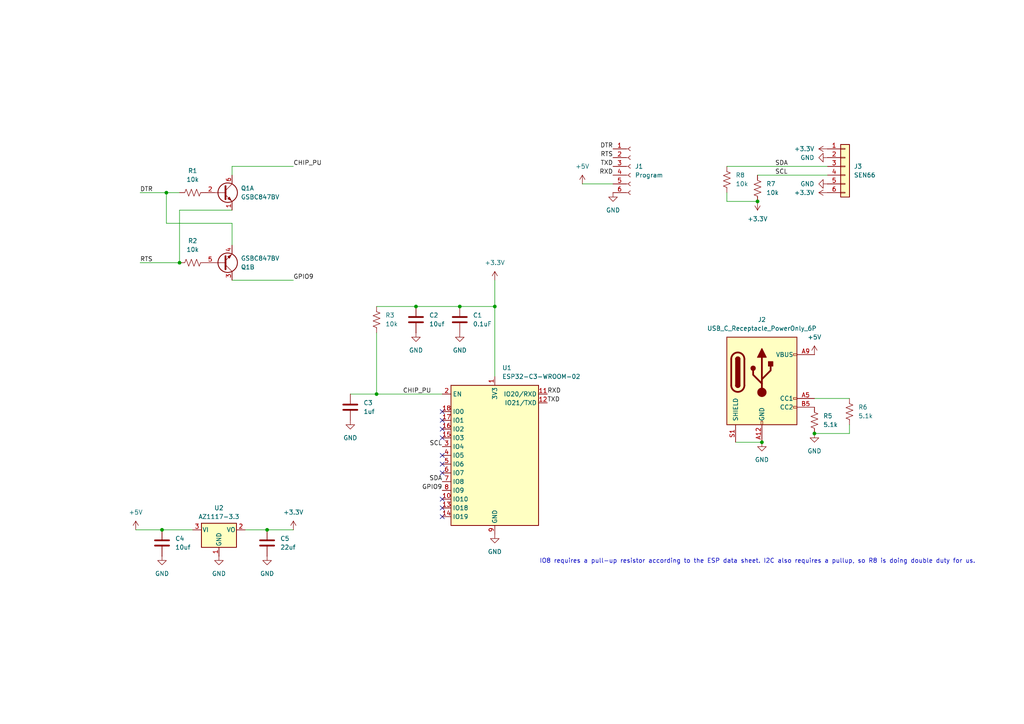
<source format=kicad_sch>
(kicad_sch (version 20250114) (generator "eeschema") (generator_version "9.0")
  (paper "A4")
  (lib_symbols
    (symbol "Connector:Conn_01x06_Socket" (pin_names (offset 1.016) (hide yes))
      (property "Reference" "J" (at 0 7.62 0))
      (property "Value" "Conn_01x06_Socket" (at 0 -10.16 0))
      (symbol "Conn_01x06_Socket_1_1"
        (polyline (pts (xy -1.27 5.08) (xy -0.508 5.08)) (stroke (width 0.1524)))
        (polyline (pts (xy -1.27 2.54) (xy -0.508 2.54)) (stroke (width 0.1524)))
        (polyline (pts (xy -1.27 0) (xy -0.508 0)) (stroke (width 0.1524)))
        (polyline (pts (xy -1.27 -2.54) (xy -0.508 -2.54)) (stroke (width 0.1524)))
        (polyline (pts (xy -1.27 -5.08) (xy -0.508 -5.08)) (stroke (width 0.1524)))
        (polyline (pts (xy -1.27 -7.62) (xy -0.508 -7.62)) (stroke (width 0.1524)))
        (arc (start 0 4.572) (mid -0.5058 5.08) (end 0 5.588) (stroke (width 0.1524)))
        (arc (start 0 2.032) (mid -0.5058 2.54) (end 0 3.048) (stroke (width 0.1524)))
        (arc (start 0 -0.508) (mid -0.5058 0) (end 0 0.508) (stroke (width 0.1524)))
        (arc (start 0 -3.048) (mid -0.5058 -2.54) (end 0 -2.032) (stroke (width 0.1524)))
        (arc (start 0 -5.588) (mid -0.5058 -5.08) (end 0 -4.572) (stroke (width 0.1524)))
        (arc (start 0 -8.128) (mid -0.5058 -7.62) (end 0 -7.112) (stroke (width 0.1524)))
        (pin passive line (at -5.08 5.08 0) (length 3.81) (name "Pin_1") (number "1"))
        (pin passive line (at -5.08 2.54 0) (length 3.81) (name "Pin_2") (number "2"))
        (pin passive line (at -5.08 0 0) (length 3.81) (name "Pin_3") (number "3"))
        (pin passive line (at -5.08 -2.54 0) (length 3.81) (name "Pin_4") (number "4"))
        (pin passive line (at -5.08 -5.08 0) (length 3.81) (name "Pin_5") (number "5"))
        (pin passive line (at -5.08 -7.62 0) (length 3.81) (name "Pin_6") (number "6"))
      )
    )
    (symbol "Connector:USB_C_Receptacle_PowerOnly_6P" (pin_names (offset 1.016))
      (property "Reference" "J" (at 0 16.51 0))
      (property "Value" "USB_C_Receptacle_PowerOnly_6P" (at 0 13.97 0))
      (symbol "USB_C_Receptacle_PowerOnly_6P_0_0"
        (rectangle (start -0.254 -12.7) (end 0.254 -11.684))
        (rectangle (start 10.16 7.874) (end 9.144 7.366))
        (rectangle (start 10.16 -4.826) (end 9.144 -5.334))
        (rectangle (start 10.16 -7.366) (end 9.144 -7.874))
      )
      (symbol "USB_C_Receptacle_PowerOnly_6P_0_1"
        (rectangle (start -10.16 12.7) (end 10.16 -12.7) (stroke (width 0.254)) (fill (type background)))
        (polyline (pts (xy -8.89 -1.27) (xy -8.89 6.35)) (stroke (width 0.508)))
        (rectangle (start -7.62 -1.27) (end -6.35 6.35) (stroke (width 0.254)) (fill (type outline)))
        (arc (start -7.62 6.35) (mid -6.985 6.9823) (end -6.35 6.35) (stroke (width 0.254)))
        (arc (start -7.62 6.35) (mid -6.985 6.9823) (end -6.35 6.35) (stroke (width 0.254)) (fill (type outline)))
        (arc (start -8.89 6.35) (mid -6.985 8.2467) (end -5.08 6.35) (stroke (width 0.508)))
        (arc (start -5.08 -1.27) (mid -6.985 -3.1667) (end -8.89 -1.27) (stroke (width 0.508)))
        (arc (start -6.35 -1.27) (mid -6.985 -1.9023) (end -7.62 -1.27) (stroke (width 0.254)))
        (arc (start -6.35 -1.27) (mid -6.985 -1.9023) (end -7.62 -1.27) (stroke (width 0.254)) (fill (type outline)))
        (polyline (pts (xy -5.08 6.35) (xy -5.08 -1.27)) (stroke (width 0.508)))
        (circle (center -2.54 3.683) (radius 0.635) (stroke (width 0.254)) (fill (type outline)))
        (polyline (pts (xy -1.27 6.858) (xy 0 9.398) (xy 1.27 6.858) (xy -1.27 6.858)) (stroke (width 0.254)) (fill (type outline)))
        (polyline (pts (xy 0 0.508) (xy 2.54 3.048) (xy 2.54 4.318)) (stroke (width 0.508)))
        (polyline (pts (xy 0 -0.762) (xy -2.54 1.778) (xy -2.54 3.048)) (stroke (width 0.508)))
        (polyline (pts (xy 0 -3.302) (xy 0 6.858)) (stroke (width 0.508)))
        (circle (center 0 -3.302) (radius 1.27) (fill (type outline)))
        (rectangle (start 1.905 4.318) (end 3.175 5.588) (stroke (width 0.254)) (fill (type outline)))
      )
      (symbol "USB_C_Receptacle_PowerOnly_6P_1_1"
        (pin passive line (at -7.62 -17.78 90) (length 5.08) (name "SHIELD") (number "S1"))
        (pin passive line (at 0 -17.78 90) (length 5.08) (name "GND") (number "A12"))
        (pin passive line (at 0 -17.78 90) (length 5.08) (hide yes) (name "GND") (number "B12"))
        (pin passive line (at 15.24 7.62 180) (length 5.08) (name "VBUS") (number "A9"))
        (pin passive line (at 15.24 7.62 180) (length 5.08) (hide yes) (name "VBUS") (number "B9"))
        (pin bidirectional line (at 15.24 -5.08 180) (length 5.08) (name "CC1") (number "A5"))
        (pin bidirectional line (at 15.24 -7.62 180) (length 5.08) (name "CC2") (number "B5"))
      )
    )
    (symbol "Connector_Generic:Conn_01x06" (pin_names (offset 1.016) (hide yes))
      (property "Reference" "J" (at 0 7.62 0))
      (property "Value" "Conn_01x06" (at 0 -10.16 0))
      (symbol "Conn_01x06_1_1"
        (rectangle (start -1.27 6.35) (end 1.27 -8.89) (stroke (width 0.254)) (fill (type background)))
        (rectangle (start -1.27 5.207) (end 0 4.953) (stroke (width 0.1524)))
        (rectangle (start -1.27 2.667) (end 0 2.413) (stroke (width 0.1524)))
        (rectangle (start -1.27 0.127) (end 0 -0.127) (stroke (width 0.1524)))
        (rectangle (start -1.27 -2.413) (end 0 -2.667) (stroke (width 0.1524)))
        (rectangle (start -1.27 -4.953) (end 0 -5.207) (stroke (width 0.1524)))
        (rectangle (start -1.27 -7.493) (end 0 -7.747) (stroke (width 0.1524)))
        (pin passive line (at -5.08 5.08 0) (length 3.81) (name "Pin_1") (number "1"))
        (pin passive line (at -5.08 2.54 0) (length 3.81) (name "Pin_2") (number "2"))
        (pin passive line (at -5.08 0 0) (length 3.81) (name "Pin_3") (number "3"))
        (pin passive line (at -5.08 -2.54 0) (length 3.81) (name "Pin_4") (number "4"))
        (pin passive line (at -5.08 -5.08 0) (length 3.81) (name "Pin_5") (number "5"))
        (pin passive line (at -5.08 -7.62 0) (length 3.81) (name "Pin_6") (number "6"))
      )
    )
    (symbol "Device:C" (pin_numbers (hide yes)) (pin_names (offset 0.254))
      (property "Reference" "C" (at 0.635 2.54 0))
      (property "Value" "C" (at 0.635 -2.54 0))
      (symbol "C_0_1"
        (polyline (pts (xy -2.032 0.762) (xy 2.032 0.762)) (stroke (width 0.508)))
        (polyline (pts (xy -2.032 -0.762) (xy 2.032 -0.762)) (stroke (width 0.508)))
      )
      (symbol "C_1_1"
        (pin passive line (at 0 3.81 270) (length 2.794) (name "~") (number "1"))
        (pin passive line (at 0 -3.81 90) (length 2.794) (name "~") (number "2"))
      )
    )
    (symbol "Device:R_US" (pin_numbers (hide yes)) (pin_names (offset 0))
      (property "Reference" "R" (at 2.54 0 90))
      (property "Value" "R_US" (at -2.54 0 90))
      (symbol "R_US_0_1"
        (polyline (pts (xy 0 2.286) (xy 0 2.54)))
        (polyline (pts (xy 0 2.286) (xy 1.016 1.905) (xy 0 1.524) (xy -1.016 1.143) (xy 0 0.762)))
        (polyline (pts (xy 0 0.762) (xy 1.016 0.381) (xy 0 0) (xy -1.016 -0.381) (xy 0 -0.762)))
        (polyline (pts (xy 0 -0.762) (xy 1.016 -1.143) (xy 0 -1.524) (xy -1.016 -1.905) (xy 0 -2.286)))
        (polyline (pts (xy 0 -2.286) (xy 0 -2.54)))
      )
      (symbol "R_US_1_1"
        (pin passive line (at 0 3.81 270) (length 1.27) (name "~") (number "1"))
        (pin passive line (at 0 -3.81 90) (length 1.27) (name "~") (number "2"))
      )
    )
    (symbol "RF_Module:ESP32-C3-WROOM-02"
      (property "Reference" "U" (at -12.192 21.336 0))
      (property "Value" "ESP32-C3-WROOM-02" (at 12.192 21.336 0))
      (symbol "ESP32-C3-WROOM-02_1_1"
        (rectangle (start -12.7 20.32) (end 12.7 -20.32) (stroke (width 0.254)) (fill (type background)))
        (pin input line (at -15.24 17.78 0) (length 2.54) (name "EN") (number "2"))
        (pin bidirectional line (at -15.24 12.7 0) (length 2.54) (name "IO0") (number "18"))
        (pin bidirectional line (at -15.24 10.16 0) (length 2.54) (name "IO1") (number "17"))
        (pin bidirectional line (at -15.24 7.62 0) (length 2.54) (name "IO2") (number "16"))
        (pin bidirectional line (at -15.24 5.08 0) (length 2.54) (name "IO3") (number "15"))
        (pin bidirectional line (at -15.24 2.54 0) (length 2.54) (name "IO4") (number "3"))
        (pin bidirectional line (at -15.24 0 0) (length 2.54) (name "IO5") (number "4"))
        (pin bidirectional line (at -15.24 -2.54 0) (length 2.54) (name "IO6") (number "5"))
        (pin bidirectional line (at -15.24 -5.08 0) (length 2.54) (name "IO7") (number "6"))
        (pin bidirectional line (at -15.24 -7.62 0) (length 2.54) (name "IO8") (number "7"))
        (pin bidirectional line (at -15.24 -10.16 0) (length 2.54) (name "IO9") (number "8"))
        (pin bidirectional line (at -15.24 -12.7 0) (length 2.54) (name "IO10") (number "10"))
        (pin bidirectional line (at -15.24 -15.24 0) (length 2.54) (name "IO18") (number "13"))
        (pin bidirectional line (at -15.24 -17.78 0) (length 2.54) (name "IO19") (number "14"))
        (pin power_in line (at 0 22.86 270) (length 2.54) (name "3V3") (number "1"))
        (pin passive line (at 0 -22.86 90) (length 2.54) (hide yes) (name "GND") (number "19"))
        (pin power_in line (at 0 -22.86 90) (length 2.54) (name "GND") (number "9"))
        (pin bidirectional line (at 15.24 17.78 180) (length 2.54) (name "IO20/RXD") (number "11"))
        (pin bidirectional line (at 15.24 15.24 180) (length 2.54) (name "IO21/TXD") (number "12"))
      )
    )
    (symbol "Regulator_Linear:AZ1117-3.3" (pin_names (offset 0.254))
      (property "Reference" "U" (at -3.81 3.175 0))
      (property "Value" "AZ1117-3.3" (at 0 3.175 0))
      (symbol "AZ1117-3.3_0_1"
        (rectangle (start -5.08 1.905) (end 5.08 -5.08) (stroke (width 0.254)) (fill (type background)))
      )
      (symbol "AZ1117-3.3_1_1"
        (pin power_in line (at -7.62 0 0) (length 2.54) (name "VI") (number "3"))
        (pin power_in line (at 0 -7.62 90) (length 2.54) (name "GND") (number "1"))
        (pin power_out line (at 7.62 0 180) (length 2.54) (name "VO") (number "2"))
      )
    )
    (symbol "Transistor_BJT:Q_Dual_NPN_NPN_E1B1C2E2B2C1" (pin_names (offset 0) (hide yes))
      (property "Reference" "Q" (at 5.08 1.27 0))
      (property "Value" "Q_Dual_NPN_NPN_E1B1C2E2B2C1" (at 5.08 -1.27 0))
      (symbol "Q_Dual_NPN_NPN_E1B1C2E2B2C1_0_1"
        (polyline (pts (xy 0.635 1.905) (xy 0.635 -1.905)) (stroke (width 0.508)))
        (polyline (pts (xy 0.635 0.635) (xy 2.54 2.54)))
        (polyline (pts (xy 0.635 0) (xy -2.54 0)))
        (polyline (pts (xy 0.635 -0.635) (xy 2.54 -2.54)))
        (circle (center 1.27 0) (radius 2.8194) (stroke (width 0.254)))
        (polyline (pts (xy 1.27 -1.778) (xy 1.778 -1.27) (xy 2.286 -2.286) (xy 1.27 -1.778)) (fill (type outline)))
      )
      (symbol "Q_Dual_NPN_NPN_E1B1C2E2B2C1_1_1"
        (pin input line (at -5.08 0 0) (length 2.54) (name "B1") (number "2"))
        (pin passive line (at 2.54 5.08 270) (length 2.54) (name "C1") (number "6"))
        (pin passive line (at 2.54 -5.08 90) (length 2.54) (name "E1") (number "1"))
      )
      (symbol "Q_Dual_NPN_NPN_E1B1C2E2B2C1_2_1"
        (pin input line (at -5.08 0 0) (length 2.54) (name "B2") (number "5"))
        (pin passive line (at 2.54 5.08 270) (length 2.54) (name "C2") (number "3"))
        (pin passive line (at 2.54 -5.08 90) (length 2.54) (name "E2") (number "4"))
      )
    )
    (symbol "power:+3.3V" (power) (pin_numbers (hide yes)) (pin_names (offset 0) (hide yes))
      (property "Value" "+3.3V" (at 0 3.556 0))
      (symbol "+3.3V_0_1"
        (polyline (pts (xy -0.762 1.27) (xy 0 2.54)))
        (polyline (pts (xy 0 2.54) (xy 0.762 1.27)))
        (polyline (pts (xy 0 0) (xy 0 2.54)))
      )
      (symbol "+3.3V_1_1"
        (pin power_in line (at 0 0 90) (length 0) (name "~") (number "1"))
      )
    )
    (symbol "power:+5V" (power) (pin_numbers (hide yes)) (pin_names (offset 0) (hide yes))
      (property "Value" "+5V" (at 0 3.556 0))
      (symbol "+5V_0_1"
        (polyline (pts (xy -0.762 1.27) (xy 0 2.54)))
        (polyline (pts (xy 0 2.54) (xy 0.762 1.27)))
        (polyline (pts (xy 0 0) (xy 0 2.54)))
      )
      (symbol "+5V_1_1"
        (pin power_in line (at 0 0 90) (length 0) (name "~") (number "1"))
      )
    )
    (symbol "power:GND" (power) (pin_numbers (hide yes)) (pin_names (offset 0) (hide yes))
      (property "Value" "GND" (at 0 -3.81 0))
      (symbol "GND_0_1"
        (polyline (pts (xy 0 0) (xy 0 -1.27) (xy 1.27 -1.27) (xy 0 -2.54) (xy -1.27 -1.27) (xy 0 -1.27)))
      )
      (symbol "GND_1_1"
        (pin power_in line (at 0 0 270) (length 0) (name "~") (number "1"))
      )
    )
  )
  (text "IO8 requires a pull-up resistor according to the ESP data sheet. I2C also requires a pullup, so R8 is doing double duty for us." (at 219.71 162.814 0) (effects (font (size 1.27 1.27))))
  (junction (at 120.65 88.9))
  (junction (at 46.99 153.67))
  (junction (at 52.07 76.2))
  (junction (at 77.47 153.67))
  (junction (at 219.71 58.42))
  (junction (at 236.22 125.73))
  (junction (at 48.26 55.88))
  (junction (at 133.35 88.9))
  (junction (at 143.51 88.9))
  (junction (at 220.98 128.27))
  (junction (at 109.22 114.3))
  (no_connect (at 128.27 127))
  (no_connect (at 128.27 119.38))
  (no_connect (at 128.27 124.46))
  (no_connect (at 128.27 134.62))
  (no_connect (at 128.27 132.08))
  (no_connect (at 128.27 144.78))
  (no_connect (at 128.27 137.16))
  (no_connect (at 128.27 149.86))
  (no_connect (at 128.27 121.92))
  (no_connect (at 128.27 147.32))
  (wire (pts (xy 46.99 153.67) (xy 55.88 153.67)))
  (wire (pts (xy 143.51 88.9) (xy 143.51 109.22)))
  (wire (pts (xy 213.36 128.27) (xy 220.98 128.27)))
  (wire (pts (xy 40.64 55.88) (xy 48.26 55.88)))
  (wire (pts (xy 210.82 55.88) (xy 210.82 58.42)))
  (wire (pts (xy 109.22 88.9) (xy 120.65 88.9)))
  (wire (pts (xy 40.64 76.2) (xy 52.07 76.2)))
  (wire (pts (xy 120.65 88.9) (xy 133.35 88.9)))
  (wire (pts (xy 101.6 114.3) (xy 109.22 114.3)))
  (wire (pts (xy 52.07 60.96) (xy 52.07 76.2)))
  (wire (pts (xy 109.22 96.52) (xy 109.22 114.3)))
  (wire (pts (xy 236.22 115.57) (xy 246.38 115.57)))
  (wire (pts (xy 219.71 50.8) (xy 240.03 50.8)))
  (wire (pts (xy 246.38 125.73) (xy 236.22 125.73)))
  (wire (pts (xy 77.47 153.67) (xy 85.09 153.67)))
  (wire (pts (xy 71.12 153.67) (xy 77.47 153.67)))
  (wire (pts (xy 39.37 153.67) (xy 46.99 153.67)))
  (wire (pts (xy 67.31 81.28) (xy 85.09 81.28)))
  (wire (pts (xy 67.31 48.26) (xy 85.09 48.26)))
  (wire (pts (xy 67.31 64.77) (xy 48.26 64.77)))
  (wire (pts (xy 210.82 48.26) (xy 240.03 48.26)))
  (wire (pts (xy 67.31 60.96) (xy 52.07 60.96)))
  (wire (pts (xy 109.22 114.3) (xy 128.27 114.3)))
  (wire (pts (xy 133.35 88.9) (xy 143.51 88.9)))
  (wire (pts (xy 143.51 81.28) (xy 143.51 88.9)))
  (wire (pts (xy 67.31 71.12) (xy 67.31 64.77)))
  (wire (pts (xy 48.26 55.88) (xy 52.07 55.88)))
  (wire (pts (xy 168.91 53.34) (xy 177.8 53.34)))
  (wire (pts (xy 48.26 64.77) (xy 48.26 55.88)))
  (wire (pts (xy 210.82 58.42) (xy 219.71 58.42)))
  (wire (pts (xy 246.38 123.19) (xy 246.38 125.73)))
  (wire (pts (xy 67.31 50.8) (xy 67.31 48.26)))
  (label "DTR" (at 177.8 43.18 180))
  (label "TXD" (at 158.75 116.84 0))
  (label "GPIO9" (at 85.09 81.28 0))
  (label "DTR" (at 40.64 55.88 0))
  (label "SDA" (at 224.79 48.26 0))
  (label "CHIP_PU" (at 116.84 114.3 0))
  (label "RXD" (at 158.75 114.3 0))
  (label "RXD" (at 177.8 50.8 180))
  (label "SDA" (at 128.27 139.7 180))
  (label "SCL" (at 128.27 129.54 180))
  (label "GPIO9" (at 128.27 142.24 180))
  (label "SCL" (at 224.79 50.8 0))
  (label "CHIP_PU" (at 85.09 48.26 0))
  (label "TXD" (at 177.8 48.26 180))
  (label "RTS" (at 177.8 45.72 180))
  (label "RTS" (at 40.64 76.2 0))
  (symbol (lib_id "power:GND") (at 220.98 128.27 0) (unit 1)
    (property "Reference" "#PWR013" (effects (hide yes)))
    (property "Value" "GND" (at 220.98 133.35 0))
    (property "Description" "Power symbol creates a global label with name \"GND\" , ground" (effects (hide yes)))
  )
  (symbol (lib_id "power:GND") (at 101.6 121.92 0) (unit 1)
    (property "Reference" "#PWR03" (effects (hide yes)))
    (property "Value" "GND" (at 101.6 127 0))
    (property "Description" "Power symbol creates a global label with name \"GND\" , ground" (effects (hide yes)))
  )
  (symbol (lib_id "Transistor_BJT:Q_Dual_NPN_NPN_E1B1C2E2B2C1") (at 64.77 55.88 0) (unit 1)
    (property "Reference" "Q1" (at 69.85 54.6099 0) (effects (justify left)))
    (property "Value" "GSBC847BV" (at 69.85 57.1499 0) (effects (justify left)))
    (property "Footprint" "Package_TO_SOT_SMD:SOT-563" (effects (hide yes)))
    (property "Description" "Dual NPN transistor, 6 pin package" (effects (hide yes)))
    (property "URL" "https://www.digikey.com/en/products/detail/good-ark-semiconductor/GSBC847BV/24613131" (effects (hide yes)))
  )
  (symbol (lib_id "Device:C") (at 77.47 157.48 0) (unit 1)
    (property "Reference" "C5" (at 81.28 156.2099 0) (effects (justify left)))
    (property "Value" "22uf" (at 81.28 158.7499 0) (effects (justify left)))
    (property "Footprint" "Capacitor_SMD:C_1206_3216Metric" (effects (hide yes)))
    (property "Description" "Unpolarized capacitor" (effects (hide yes)))
  )
  (symbol (lib_id "power:GND") (at 133.35 96.52 0) (unit 1)
    (property "Reference" "#PWR02" (effects (hide yes)))
    (property "Value" "GND" (at 133.35 101.6 0))
    (property "Description" "Power symbol creates a global label with name \"GND\" , ground" (effects (hide yes)))
  )
  (symbol (lib_id "power:+3.3V") (at 219.71 58.42 180) (unit 1)
    (property "Reference" "#PWR020" (effects (hide yes)))
    (property "Value" "+3.3V" (at 219.71 63.5 0))
    (property "Description" "Power symbol creates a global label with name \"+3.3V\"" (effects (hide yes)))
  )
  (symbol (lib_id "Connector_Generic:Conn_01x06") (at 245.11 48.26 0) (unit 1)
    (property "Reference" "J3" (at 247.65 48.2599 0) (effects (justify left)))
    (property "Value" "SEN66" (at 247.65 50.7999 0) (effects (justify left)))
    (property "Footprint" "Connector_JST:JST_GH_SM06B-GHS-TB_1x06-1MP_P1.25mm_Horizontal" (effects (hide yes)))
    (property "Description" "Generic connector, single row, 01x06, script generated (kicad-library-utils/schlib/autogen/connector/)" (effects (hide yes)))
    (property "URL" "https://www.digikey.com/en/products/detail/jst-sales-america-inc/SM06B-GHS-TB/807790" (effects (hide yes)))
  )
  (symbol (lib_id "power:+3.3V") (at 240.03 55.88 90) (unit 1)
    (property "Reference" "#PWR019" (effects (hide yes)))
    (property "Value" "+3.3V" (at 236.22 55.8799 90) (effects (justify left)))
    (property "Description" "Power symbol creates a global label with name \"+3.3V\"" (effects (hide yes)))
  )
  (symbol (lib_id "power:GND") (at 143.51 154.94 0) (unit 1)
    (property "Reference" "#PWR04" (effects (hide yes)))
    (property "Value" "GND" (at 143.51 160.02 0))
    (property "Description" "Power symbol creates a global label with name \"GND\" , ground" (effects (hide yes)))
  )
  (symbol (lib_id "power:GND") (at 236.22 125.73 0) (unit 1)
    (property "Reference" "#PWR014" (effects (hide yes)))
    (property "Value" "GND" (at 236.22 130.81 0))
    (property "Description" "Power symbol creates a global label with name \"GND\" , ground" (effects (hide yes)))
  )
  (symbol (lib_id "power:+3.3V") (at 143.51 81.28 0) (unit 1)
    (property "Reference" "#PWR01" (effects (hide yes)))
    (property "Value" "+3.3V" (at 143.51 76.2 0))
    (property "Description" "Power symbol creates a global label with name \"+3.3V\"" (effects (hide yes)))
  )
  (symbol (lib_id "Device:R_US") (at 210.82 52.07 0) (unit 1)
    (property "Reference" "R8" (at 213.36 50.7999 0) (effects (justify left)))
    (property "Value" "10k" (at 213.36 53.3399 0) (effects (justify left)))
    (property "Footprint" "Resistor_SMD:R_1206_3216Metric" (effects (hide yes)))
    (property "Description" "Resistor, US symbol" (effects (hide yes)))
  )
  (symbol (lib_id "Connector:USB_C_Receptacle_PowerOnly_6P") (at 220.98 110.49 0) (unit 1)
    (property "Reference" "J2" (at 220.98 92.71 0))
    (property "Value" "USB_C_Receptacle_PowerOnly_6P" (at 220.98 95.25 0))
    (property "Footprint" "Connector_USB:USB_C_Receptacle_GCT_USB4125-xx-x_6P_TopMnt_Horizontal" (effects (hide yes)))
    (property "Datasheet" "https://www.usb.org/sites/default/files/documents/usb_type-c.zip" (effects (hide yes)))
    (property "Description" "USB Power-Only 6P Type-C Receptacle connector" (effects (hide yes)))
    (property "URL" "https://www.digikey.com/en/products/detail/amphenol-cs-fci/10164359-00011LF/18443702" (effects (hide yes)))
  )
  (symbol (lib_id "Connector:Conn_01x06_Socket") (at 182.88 48.26 0) (unit 1)
    (property "Reference" "J1" (at 184.15 48.2599 0) (effects (justify left)))
    (property "Value" "Program" (at 184.15 50.7999 0) (effects (justify left)))
    (property "Footprint" "Connector_PinHeader_2.54mm:PinHeader_1x06_P2.54mm_Vertical" (effects (hide yes)))
    (property "Description" "Generic connector, single row, 01x06, script generated" (effects (hide yes)))
  )
  (symbol (lib_id "power:GND") (at 63.5 161.29 0) (unit 1)
    (property "Reference" "#PWR012" (effects (hide yes)))
    (property "Value" "GND" (at 63.5 166.37 0))
    (property "Description" "Power symbol creates a global label with name \"GND\" , ground" (effects (hide yes)))
  )
  (symbol (lib_id "Device:R_US") (at 246.38 119.38 0) (unit 1)
    (property "Reference" "R6" (at 248.92 118.1099 0) (effects (justify left)))
    (property "Value" "5.1k" (at 248.92 120.6499 0) (effects (justify left)))
    (property "Footprint" "Resistor_SMD:R_1206_3216Metric" (effects (hide yes)))
    (property "Description" "Resistor, US symbol" (effects (hide yes)))
  )
  (symbol (lib_id "Device:C") (at 101.6 118.11 0) (unit 1)
    (property "Reference" "C3" (at 105.41 116.8399 0) (effects (justify left)))
    (property "Value" "1uf" (at 105.41 119.3799 0) (effects (justify left)))
    (property "Footprint" "Capacitor_SMD:C_1206_3216Metric" (effects (hide yes)))
    (property "Description" "Unpolarized capacitor" (effects (hide yes)))
  )
  (symbol (lib_id "power:GND") (at 46.99 161.29 0) (unit 1)
    (property "Reference" "#PWR08" (effects (hide yes)))
    (property "Value" "GND" (at 46.99 166.37 0))
    (property "Description" "Power symbol creates a global label with name \"GND\" , ground" (effects (hide yes)))
  )
  (symbol (lib_id "Device:R_US") (at 109.22 92.71 0) (unit 1)
    (property "Reference" "R3" (at 111.76 91.4399 0) (effects (justify left)))
    (property "Value" "10k" (at 111.76 93.9799 0) (effects (justify left)))
    (property "Footprint" "Resistor_SMD:R_1206_3216Metric" (effects (hide yes)))
    (property "Description" "Resistor, US symbol" (effects (hide yes)))
  )
  (symbol (lib_id "Device:R_US") (at 236.22 121.92 0) (unit 1)
    (property "Reference" "R5" (at 238.76 120.6499 0) (effects (justify left)))
    (property "Value" "5.1k" (at 238.76 123.1899 0) (effects (justify left)))
    (property "Footprint" "Resistor_SMD:R_1206_3216Metric" (effects (hide yes)))
    (property "Description" "Resistor, US symbol" (effects (hide yes)))
  )
  (symbol (lib_id "power:GND") (at 240.03 45.72 270) (unit 1)
    (property "Reference" "#PWR017" (effects (hide yes)))
    (property "Value" "GND" (at 236.22 45.7199 90) (effects (justify right)))
    (property "Description" "Power symbol creates a global label with name \"GND\" , ground" (effects (hide yes)))
  )
  (symbol (lib_id "power:GND") (at 120.65 96.52 0) (unit 1)
    (property "Reference" "#PWR05" (effects (hide yes)))
    (property "Value" "GND" (at 120.65 101.6 0))
    (property "Description" "Power symbol creates a global label with name \"GND\" , ground" (effects (hide yes)))
  )
  (symbol (lib_id "Device:C") (at 46.99 157.48 0) (unit 1)
    (property "Reference" "C4" (at 50.8 156.2099 0) (effects (justify left)))
    (property "Value" "10uf" (at 50.8 158.7499 0) (effects (justify left)))
    (property "Footprint" "Capacitor_SMD:C_1206_3216Metric" (effects (hide yes)))
    (property "Description" "Unpolarized capacitor" (effects (hide yes)))
  )
  (symbol (lib_id "Device:R_US") (at 55.88 55.88 90) (unit 1)
    (property "Reference" "R1" (at 55.88 49.53 90))
    (property "Value" "10k" (at 55.88 52.07 90))
    (property "Footprint" "Resistor_SMD:R_1206_3216Metric" (effects (hide yes)))
    (property "Description" "Resistor, US symbol" (effects (hide yes)))
  )
  (symbol (lib_id "Transistor_BJT:Q_Dual_NPN_NPN_E1B1C2E2B2C1") (at 64.77 76.2 0) (mirror x) (unit 2)
    (property "Reference" "Q1" (at 69.85 77.4701 0) (effects (justify left)))
    (property "Value" "GSBC847BV" (at 69.85 74.9301 0) (effects (justify left)))
    (property "Footprint" "Package_TO_SOT_SMD:SOT-563" (effects (hide yes)))
    (property "Description" "Dual NPN transistor, 6 pin package" (effects (hide yes)))
    (property "URL" "https://www.digikey.com/en/products/detail/good-ark-semiconductor/GSBC847BV/24613131" (effects (hide yes)))
  )
  (symbol (lib_id "Device:R_US") (at 55.88 76.2 90) (unit 1)
    (property "Reference" "R2" (at 55.88 69.85 90))
    (property "Value" "10k" (at 55.88 72.39 90))
    (property "Footprint" "Resistor_SMD:R_1206_3216Metric" (effects (hide yes)))
    (property "Description" "Resistor, US symbol" (effects (hide yes)))
  )
  (symbol (lib_id "power:GND") (at 240.03 53.34 270) (unit 1)
    (property "Reference" "#PWR016" (effects (hide yes)))
    (property "Value" "GND" (at 236.22 53.3399 90) (effects (justify right)))
    (property "Description" "Power symbol creates a global label with name \"GND\" , ground" (effects (hide yes)))
  )
  (symbol (lib_id "power:+5V") (at 39.37 153.67 0) (unit 1)
    (property "Reference" "#PWR010" (effects (hide yes)))
    (property "Value" "+5V" (at 39.37 148.59 0))
    (property "Description" "Power symbol creates a global label with name \"+5V\"" (effects (hide yes)))
  )
  (symbol (lib_id "Device:C") (at 133.35 92.71 0) (unit 1)
    (property "Reference" "C1" (at 137.16 91.4399 0) (effects (justify left)))
    (property "Value" "0.1uF" (at 137.16 93.9799 0) (effects (justify left)))
    (property "Footprint" "Capacitor_SMD:C_1206_3216Metric" (effects (hide yes)))
    (property "Description" "Unpolarized capacitor" (effects (hide yes)))
  )
  (symbol (lib_id "RF_Module:ESP32-C3-WROOM-02") (at 143.51 132.08 0) (unit 1)
    (property "Reference" "U1" (at 145.6533 106.68 0) (effects (justify left)))
    (property "Value" "ESP32-C3-WROOM-02" (at 145.6533 109.22 0) (effects (justify left)))
    (property "Footprint" "RF_Module:ESP32-C3-WROOM-02" (effects (hide yes)))
    (property "Datasheet" "https://www.espressif.com/sites/default/files/documentation/esp32-c3-wroom-02_datasheet_en.pdf" (effects (hide yes)))
    (property "Description" "802.11 b/g/n Wi­Fi and Bluetooth 5 module, ESP32­C3 SoC, RISC­V microprocessor, On-board antenna" (effects (hide yes)))
    (property "URL" "https://www.digikey.com/en/products/detail/espressif-systems/ESP32-C3-WROOM-02-H4/14553033" (effects (hide yes)))
  )
  (symbol (lib_id "power:+3.3V") (at 85.09 153.67 0) (unit 1)
    (property "Reference" "#PWR011" (effects (hide yes)))
    (property "Value" "+3.3V" (at 85.09 148.59 0))
    (property "Description" "Power symbol creates a global label with name \"+3.3V\"" (effects (hide yes)))
  )
  (symbol (lib_id "power:+3.3V") (at 240.03 43.18 90) (unit 1)
    (property "Reference" "#PWR018" (effects (hide yes)))
    (property "Value" "+3.3V" (at 236.22 43.1799 90) (effects (justify left)))
    (property "Description" "Power symbol creates a global label with name \"+3.3V\"" (effects (hide yes)))
  )
  (symbol (lib_id "power:GND") (at 177.8 55.88 0) (unit 1)
    (property "Reference" "#PWR06" (effects (hide yes)))
    (property "Value" "GND" (at 177.8 60.96 0))
    (property "Description" "Power symbol creates a global label with name \"GND\" , ground" (effects (hide yes)))
  )
  (symbol (lib_id "power:+5V") (at 236.22 102.87 0) (unit 1)
    (property "Reference" "#PWR015" (effects (hide yes)))
    (property "Value" "+5V" (at 236.22 97.79 0))
    (property "Description" "Power symbol creates a global label with name \"+5V\"" (effects (hide yes)))
  )
  (symbol (lib_id "power:GND") (at 77.47 161.29 0) (unit 1)
    (property "Reference" "#PWR09" (effects (hide yes)))
    (property "Value" "GND" (at 77.47 166.37 0))
    (property "Description" "Power symbol creates a global label with name \"GND\" , ground" (effects (hide yes)))
  )
  (symbol (lib_id "Device:R_US") (at 219.71 54.61 0) (unit 1)
    (property "Reference" "R7" (at 222.25 53.3399 0) (effects (justify left)))
    (property "Value" "10k" (at 222.25 55.8799 0) (effects (justify left)))
    (property "Footprint" "Resistor_SMD:R_1206_3216Metric" (effects (hide yes)))
    (property "Description" "Resistor, US symbol" (effects (hide yes)))
  )
  (symbol (lib_id "Regulator_Linear:AZ1117-3.3") (at 63.5 153.67 0) (unit 1)
    (property "Reference" "U2" (at 63.5 147.32 0))
    (property "Value" "AZ1117-3.3" (at 63.5 149.86 0))
    (property "Footprint" "Package_TO_SOT_SMD:SOT-89-3" (effects (hide yes)))
    (property "Datasheet" "https://www.diodes.com/assets/Datasheets/AZ1117.pdf" (effects (hide yes)))
    (property "Description" "1A 20V Fixed LDO Linear Regulator, 3.3V, SOT-89/SOT-223/TO-220/TO-252/TO-263" (effects (hide yes)))
  )
  (symbol (lib_id "power:+5V") (at 168.91 53.34 0) (unit 1)
    (property "Reference" "#PWR07" (effects (hide yes)))
    (property "Value" "+5V" (at 168.91 48.26 0))
    (property "Description" "Power symbol creates a global label with name \"+5V\"" (effects (hide yes)))
  )
  (symbol (lib_id "Device:C") (at 120.65 92.71 0) (unit 1)
    (property "Reference" "C2" (at 124.46 91.4399 0) (effects (justify left)))
    (property "Value" "10uf" (at 124.46 93.9799 0) (effects (justify left)))
    (property "Footprint" "Capacitor_SMD:C_1206_3216Metric" (effects (hide yes)))
    (property "Description" "Unpolarized capacitor" (effects (hide yes)))
  )
)
</source>
